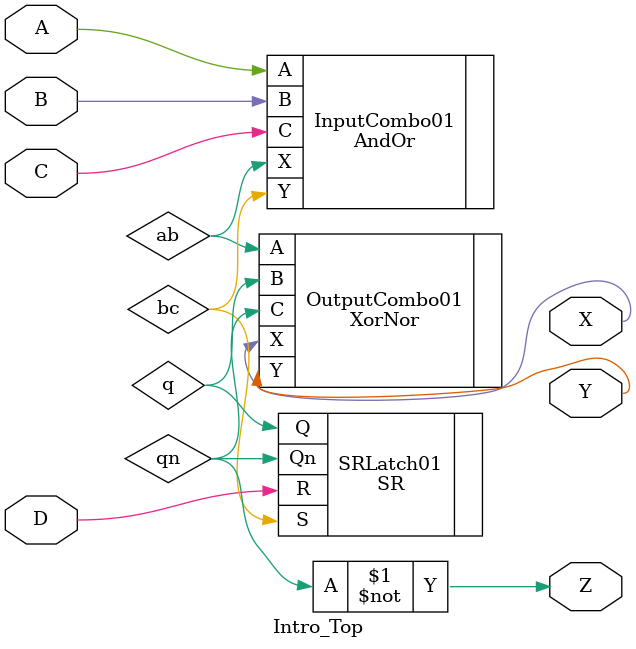
<source format=v>
module Intro_Top (output X, Y, Z, input A, B, C, D);
    //
    wire ab, bc, q, qn; // Wires for internal connectivity
    //
    // Implied wires may be assumed in this combinational design,
	// when connecting declared ports to instance ports.
	// The #1 is a delay time, in `timescale units:
	//
	
    assign #1 Z = ~qn; // Inverter by continuous assignment statement
    
    // 
    AndOr InputCombo01 (.X(ab), .Y(bc), .A(A), .B(B), .C(C));
    SR SRLatch01 (.Q(q), .Qn(qn), .S(bc), .R(D));
    XorNor OutputCombo01 (.X(X), .Y(Y), .A(ab), .B(q), .C(qn));
    //
endmodule // Intro_Top.v

</source>
